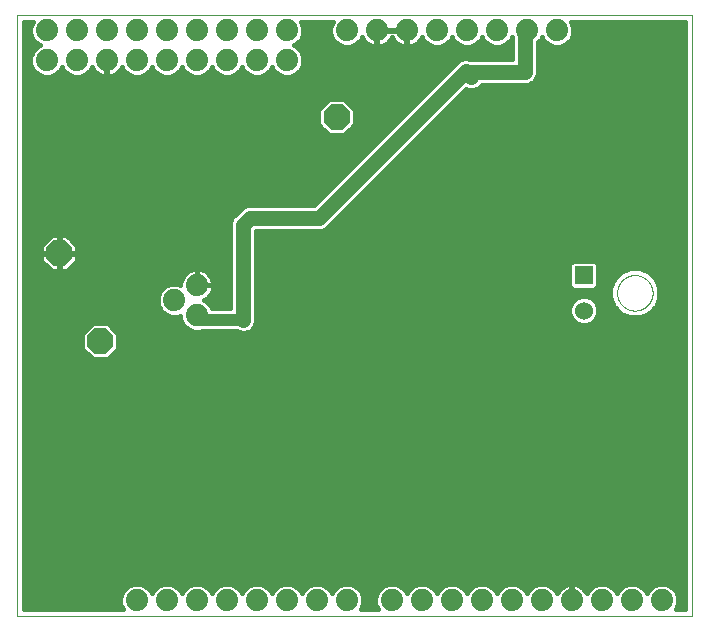
<source format=gbl>
G75*
%MOIN*%
%OFA0B0*%
%FSLAX25Y25*%
%IPPOS*%
%LPD*%
%AMOC8*
5,1,8,0,0,1.08239X$1,22.5*
%
%ADD10C,0.00000*%
%ADD11R,0.06024X0.06024*%
%ADD12C,0.06024*%
%ADD13C,0.07400*%
%ADD14OC8,0.08500*%
%ADD15C,0.01600*%
%ADD16C,0.03762*%
%ADD17C,0.05000*%
%ADD18C,0.04000*%
D10*
X0003800Y0009800D02*
X0003800Y0210200D01*
X0228800Y0210200D01*
X0228800Y0009800D01*
X0003800Y0009800D01*
X0203894Y0117500D02*
X0203896Y0117653D01*
X0203902Y0117807D01*
X0203912Y0117960D01*
X0203926Y0118112D01*
X0203944Y0118265D01*
X0203966Y0118416D01*
X0203991Y0118567D01*
X0204021Y0118718D01*
X0204055Y0118868D01*
X0204092Y0119016D01*
X0204133Y0119164D01*
X0204178Y0119310D01*
X0204227Y0119456D01*
X0204280Y0119600D01*
X0204336Y0119742D01*
X0204396Y0119883D01*
X0204460Y0120023D01*
X0204527Y0120161D01*
X0204598Y0120297D01*
X0204673Y0120431D01*
X0204750Y0120563D01*
X0204832Y0120693D01*
X0204916Y0120821D01*
X0205004Y0120947D01*
X0205095Y0121070D01*
X0205189Y0121191D01*
X0205287Y0121309D01*
X0205387Y0121425D01*
X0205491Y0121538D01*
X0205597Y0121649D01*
X0205706Y0121757D01*
X0205818Y0121862D01*
X0205932Y0121963D01*
X0206050Y0122062D01*
X0206169Y0122158D01*
X0206291Y0122251D01*
X0206416Y0122340D01*
X0206543Y0122427D01*
X0206672Y0122509D01*
X0206803Y0122589D01*
X0206936Y0122665D01*
X0207071Y0122738D01*
X0207208Y0122807D01*
X0207347Y0122872D01*
X0207487Y0122934D01*
X0207629Y0122992D01*
X0207772Y0123047D01*
X0207917Y0123098D01*
X0208063Y0123145D01*
X0208210Y0123188D01*
X0208358Y0123227D01*
X0208507Y0123263D01*
X0208657Y0123294D01*
X0208808Y0123322D01*
X0208959Y0123346D01*
X0209112Y0123366D01*
X0209264Y0123382D01*
X0209417Y0123394D01*
X0209570Y0123402D01*
X0209723Y0123406D01*
X0209877Y0123406D01*
X0210030Y0123402D01*
X0210183Y0123394D01*
X0210336Y0123382D01*
X0210488Y0123366D01*
X0210641Y0123346D01*
X0210792Y0123322D01*
X0210943Y0123294D01*
X0211093Y0123263D01*
X0211242Y0123227D01*
X0211390Y0123188D01*
X0211537Y0123145D01*
X0211683Y0123098D01*
X0211828Y0123047D01*
X0211971Y0122992D01*
X0212113Y0122934D01*
X0212253Y0122872D01*
X0212392Y0122807D01*
X0212529Y0122738D01*
X0212664Y0122665D01*
X0212797Y0122589D01*
X0212928Y0122509D01*
X0213057Y0122427D01*
X0213184Y0122340D01*
X0213309Y0122251D01*
X0213431Y0122158D01*
X0213550Y0122062D01*
X0213668Y0121963D01*
X0213782Y0121862D01*
X0213894Y0121757D01*
X0214003Y0121649D01*
X0214109Y0121538D01*
X0214213Y0121425D01*
X0214313Y0121309D01*
X0214411Y0121191D01*
X0214505Y0121070D01*
X0214596Y0120947D01*
X0214684Y0120821D01*
X0214768Y0120693D01*
X0214850Y0120563D01*
X0214927Y0120431D01*
X0215002Y0120297D01*
X0215073Y0120161D01*
X0215140Y0120023D01*
X0215204Y0119883D01*
X0215264Y0119742D01*
X0215320Y0119600D01*
X0215373Y0119456D01*
X0215422Y0119310D01*
X0215467Y0119164D01*
X0215508Y0119016D01*
X0215545Y0118868D01*
X0215579Y0118718D01*
X0215609Y0118567D01*
X0215634Y0118416D01*
X0215656Y0118265D01*
X0215674Y0118112D01*
X0215688Y0117960D01*
X0215698Y0117807D01*
X0215704Y0117653D01*
X0215706Y0117500D01*
X0215704Y0117347D01*
X0215698Y0117193D01*
X0215688Y0117040D01*
X0215674Y0116888D01*
X0215656Y0116735D01*
X0215634Y0116584D01*
X0215609Y0116433D01*
X0215579Y0116282D01*
X0215545Y0116132D01*
X0215508Y0115984D01*
X0215467Y0115836D01*
X0215422Y0115690D01*
X0215373Y0115544D01*
X0215320Y0115400D01*
X0215264Y0115258D01*
X0215204Y0115117D01*
X0215140Y0114977D01*
X0215073Y0114839D01*
X0215002Y0114703D01*
X0214927Y0114569D01*
X0214850Y0114437D01*
X0214768Y0114307D01*
X0214684Y0114179D01*
X0214596Y0114053D01*
X0214505Y0113930D01*
X0214411Y0113809D01*
X0214313Y0113691D01*
X0214213Y0113575D01*
X0214109Y0113462D01*
X0214003Y0113351D01*
X0213894Y0113243D01*
X0213782Y0113138D01*
X0213668Y0113037D01*
X0213550Y0112938D01*
X0213431Y0112842D01*
X0213309Y0112749D01*
X0213184Y0112660D01*
X0213057Y0112573D01*
X0212928Y0112491D01*
X0212797Y0112411D01*
X0212664Y0112335D01*
X0212529Y0112262D01*
X0212392Y0112193D01*
X0212253Y0112128D01*
X0212113Y0112066D01*
X0211971Y0112008D01*
X0211828Y0111953D01*
X0211683Y0111902D01*
X0211537Y0111855D01*
X0211390Y0111812D01*
X0211242Y0111773D01*
X0211093Y0111737D01*
X0210943Y0111706D01*
X0210792Y0111678D01*
X0210641Y0111654D01*
X0210488Y0111634D01*
X0210336Y0111618D01*
X0210183Y0111606D01*
X0210030Y0111598D01*
X0209877Y0111594D01*
X0209723Y0111594D01*
X0209570Y0111598D01*
X0209417Y0111606D01*
X0209264Y0111618D01*
X0209112Y0111634D01*
X0208959Y0111654D01*
X0208808Y0111678D01*
X0208657Y0111706D01*
X0208507Y0111737D01*
X0208358Y0111773D01*
X0208210Y0111812D01*
X0208063Y0111855D01*
X0207917Y0111902D01*
X0207772Y0111953D01*
X0207629Y0112008D01*
X0207487Y0112066D01*
X0207347Y0112128D01*
X0207208Y0112193D01*
X0207071Y0112262D01*
X0206936Y0112335D01*
X0206803Y0112411D01*
X0206672Y0112491D01*
X0206543Y0112573D01*
X0206416Y0112660D01*
X0206291Y0112749D01*
X0206169Y0112842D01*
X0206050Y0112938D01*
X0205932Y0113037D01*
X0205818Y0113138D01*
X0205706Y0113243D01*
X0205597Y0113351D01*
X0205491Y0113462D01*
X0205387Y0113575D01*
X0205287Y0113691D01*
X0205189Y0113809D01*
X0205095Y0113930D01*
X0205004Y0114053D01*
X0204916Y0114179D01*
X0204832Y0114307D01*
X0204750Y0114437D01*
X0204673Y0114569D01*
X0204598Y0114703D01*
X0204527Y0114839D01*
X0204460Y0114977D01*
X0204396Y0115117D01*
X0204336Y0115258D01*
X0204280Y0115400D01*
X0204227Y0115544D01*
X0204178Y0115690D01*
X0204133Y0115836D01*
X0204092Y0115984D01*
X0204055Y0116132D01*
X0204021Y0116282D01*
X0203991Y0116433D01*
X0203966Y0116584D01*
X0203944Y0116735D01*
X0203926Y0116888D01*
X0203912Y0117040D01*
X0203902Y0117193D01*
X0203896Y0117347D01*
X0203894Y0117500D01*
D11*
X0192792Y0123406D03*
D12*
X0192792Y0111594D03*
D13*
X0093800Y0195000D03*
X0093800Y0205000D03*
X0083800Y0205000D03*
X0083800Y0195000D03*
X0073800Y0195000D03*
X0073800Y0205000D03*
X0063800Y0205000D03*
X0063800Y0195000D03*
X0053800Y0195000D03*
X0053800Y0205000D03*
X0043800Y0205000D03*
X0043800Y0195000D03*
X0033800Y0195000D03*
X0033800Y0205000D03*
X0023800Y0205000D03*
X0023800Y0195000D03*
X0013800Y0195000D03*
X0013800Y0205000D03*
X0063800Y0120000D03*
X0056300Y0115000D03*
X0063800Y0110000D03*
X0063800Y0015000D03*
X0053800Y0015000D03*
X0043800Y0015000D03*
X0073800Y0015000D03*
X0083800Y0015000D03*
X0093800Y0015000D03*
X0103800Y0015000D03*
X0113800Y0015000D03*
X0128800Y0015000D03*
X0138800Y0015000D03*
X0148800Y0015000D03*
X0158800Y0015000D03*
X0168800Y0015000D03*
X0178800Y0015000D03*
X0188800Y0015000D03*
X0198800Y0015000D03*
X0208800Y0015000D03*
X0218800Y0015000D03*
X0183800Y0205000D03*
X0173800Y0205000D03*
X0163800Y0205000D03*
X0153800Y0205000D03*
X0143800Y0205000D03*
X0133800Y0205000D03*
X0123800Y0205000D03*
X0113800Y0205000D03*
D14*
X0110350Y0176100D03*
X0031550Y0101350D03*
X0017950Y0130750D03*
D15*
X0018150Y0130950D02*
X0024000Y0130950D01*
X0024000Y0133256D01*
X0020456Y0136800D01*
X0018150Y0136800D01*
X0018150Y0130950D01*
X0018150Y0130550D01*
X0024000Y0130550D01*
X0024000Y0128244D01*
X0020456Y0124700D01*
X0018150Y0124700D01*
X0018150Y0130550D01*
X0017750Y0130550D01*
X0017750Y0124700D01*
X0015444Y0124700D01*
X0011900Y0128244D01*
X0011900Y0130550D01*
X0017750Y0130550D01*
X0017750Y0130950D01*
X0017750Y0136800D01*
X0015444Y0136800D01*
X0011900Y0133256D01*
X0011900Y0130950D01*
X0017750Y0130950D01*
X0018150Y0130950D01*
X0018150Y0131487D02*
X0017750Y0131487D01*
X0017750Y0133085D02*
X0018150Y0133085D01*
X0018150Y0134684D02*
X0017750Y0134684D01*
X0017750Y0136282D02*
X0018150Y0136282D01*
X0014926Y0136282D02*
X0006100Y0136282D01*
X0006100Y0134684D02*
X0013328Y0134684D01*
X0011900Y0133085D02*
X0006100Y0133085D01*
X0006100Y0131487D02*
X0011900Y0131487D01*
X0011900Y0129888D02*
X0006100Y0129888D01*
X0006100Y0128290D02*
X0011900Y0128290D01*
X0013453Y0126691D02*
X0006100Y0126691D01*
X0006100Y0125093D02*
X0015051Y0125093D01*
X0017750Y0125093D02*
X0018150Y0125093D01*
X0018150Y0126691D02*
X0017750Y0126691D01*
X0017750Y0128290D02*
X0018150Y0128290D01*
X0018150Y0129888D02*
X0017750Y0129888D01*
X0022447Y0126691D02*
X0074950Y0126691D01*
X0074950Y0125093D02*
X0065920Y0125093D01*
X0065911Y0125097D02*
X0065088Y0125365D01*
X0064233Y0125500D01*
X0063800Y0125500D01*
X0063800Y0120000D01*
X0063800Y0120000D01*
X0069300Y0120000D01*
X0069300Y0120433D01*
X0069165Y0121288D01*
X0068897Y0122111D01*
X0068504Y0122883D01*
X0067995Y0123583D01*
X0067383Y0124195D01*
X0066683Y0124704D01*
X0065911Y0125097D01*
X0063800Y0125093D02*
X0063800Y0125093D01*
X0063800Y0125500D02*
X0063367Y0125500D01*
X0062512Y0125365D01*
X0061689Y0125097D01*
X0060917Y0124704D01*
X0060217Y0124195D01*
X0059605Y0123583D01*
X0059096Y0122883D01*
X0058703Y0122111D01*
X0058435Y0121288D01*
X0058300Y0120433D01*
X0058300Y0120125D01*
X0057394Y0120500D01*
X0055206Y0120500D01*
X0053184Y0119663D01*
X0051637Y0118115D01*
X0050800Y0116094D01*
X0050800Y0113906D01*
X0051637Y0111884D01*
X0053184Y0110337D01*
X0055206Y0109500D01*
X0057394Y0109500D01*
X0058300Y0109875D01*
X0058300Y0108906D01*
X0059137Y0106884D01*
X0060684Y0105337D01*
X0062706Y0104500D01*
X0064894Y0104500D01*
X0065377Y0104700D01*
X0077188Y0104700D01*
X0078395Y0104200D01*
X0080105Y0104200D01*
X0081686Y0104855D01*
X0082895Y0106064D01*
X0083550Y0107645D01*
X0083550Y0138100D01*
X0105355Y0138100D01*
X0106936Y0138755D01*
X0108145Y0139964D01*
X0153643Y0185462D01*
X0154395Y0185150D01*
X0156105Y0185150D01*
X0157686Y0185805D01*
X0158831Y0186950D01*
X0174105Y0186950D01*
X0175686Y0187605D01*
X0176895Y0188814D01*
X0177550Y0190395D01*
X0177550Y0200972D01*
X0178463Y0201884D01*
X0178800Y0202699D01*
X0179137Y0201884D01*
X0180684Y0200337D01*
X0182706Y0199500D01*
X0184894Y0199500D01*
X0186915Y0200337D01*
X0188463Y0201884D01*
X0189300Y0203906D01*
X0189300Y0206094D01*
X0188552Y0207900D01*
X0226500Y0207900D01*
X0226500Y0012100D01*
X0223552Y0012100D01*
X0224300Y0013906D01*
X0224300Y0016094D01*
X0223463Y0018115D01*
X0221915Y0019663D01*
X0219894Y0020500D01*
X0217706Y0020500D01*
X0215684Y0019663D01*
X0214137Y0018115D01*
X0213800Y0017301D01*
X0213463Y0018115D01*
X0211915Y0019663D01*
X0209894Y0020500D01*
X0207706Y0020500D01*
X0205684Y0019663D01*
X0204137Y0018115D01*
X0203800Y0017301D01*
X0203463Y0018115D01*
X0201915Y0019663D01*
X0199894Y0020500D01*
X0197706Y0020500D01*
X0195684Y0019663D01*
X0194137Y0018115D01*
X0193800Y0017301D01*
X0193504Y0017883D01*
X0192995Y0018583D01*
X0192383Y0019195D01*
X0191683Y0019704D01*
X0190911Y0020097D01*
X0190088Y0020365D01*
X0189233Y0020500D01*
X0189000Y0020500D01*
X0189000Y0015200D01*
X0188600Y0015200D01*
X0188600Y0020500D01*
X0188367Y0020500D01*
X0187512Y0020365D01*
X0186689Y0020097D01*
X0185917Y0019704D01*
X0185217Y0019195D01*
X0184605Y0018583D01*
X0184096Y0017883D01*
X0183800Y0017301D01*
X0183463Y0018115D01*
X0181915Y0019663D01*
X0179894Y0020500D01*
X0177706Y0020500D01*
X0175684Y0019663D01*
X0174137Y0018115D01*
X0173800Y0017301D01*
X0173463Y0018115D01*
X0171915Y0019663D01*
X0169894Y0020500D01*
X0167706Y0020500D01*
X0165684Y0019663D01*
X0164137Y0018115D01*
X0163800Y0017301D01*
X0163463Y0018115D01*
X0161915Y0019663D01*
X0159894Y0020500D01*
X0157706Y0020500D01*
X0155684Y0019663D01*
X0154137Y0018115D01*
X0153800Y0017301D01*
X0153463Y0018115D01*
X0151915Y0019663D01*
X0149894Y0020500D01*
X0147706Y0020500D01*
X0145684Y0019663D01*
X0144137Y0018115D01*
X0143800Y0017301D01*
X0143463Y0018115D01*
X0141915Y0019663D01*
X0139894Y0020500D01*
X0137706Y0020500D01*
X0135684Y0019663D01*
X0134137Y0018115D01*
X0133800Y0017301D01*
X0133463Y0018115D01*
X0131915Y0019663D01*
X0129894Y0020500D01*
X0127706Y0020500D01*
X0125684Y0019663D01*
X0124137Y0018115D01*
X0123300Y0016094D01*
X0123300Y0013906D01*
X0124048Y0012100D01*
X0118552Y0012100D01*
X0119300Y0013906D01*
X0119300Y0016094D01*
X0118463Y0018115D01*
X0116915Y0019663D01*
X0114894Y0020500D01*
X0112706Y0020500D01*
X0110684Y0019663D01*
X0109137Y0018115D01*
X0108800Y0017301D01*
X0108463Y0018115D01*
X0106915Y0019663D01*
X0104894Y0020500D01*
X0102706Y0020500D01*
X0100684Y0019663D01*
X0099137Y0018115D01*
X0098800Y0017301D01*
X0098463Y0018115D01*
X0096915Y0019663D01*
X0094894Y0020500D01*
X0092706Y0020500D01*
X0090684Y0019663D01*
X0089137Y0018115D01*
X0088800Y0017301D01*
X0088463Y0018115D01*
X0086915Y0019663D01*
X0084894Y0020500D01*
X0082706Y0020500D01*
X0080684Y0019663D01*
X0079137Y0018115D01*
X0078800Y0017301D01*
X0078463Y0018115D01*
X0076915Y0019663D01*
X0074894Y0020500D01*
X0072706Y0020500D01*
X0070684Y0019663D01*
X0069137Y0018115D01*
X0068800Y0017301D01*
X0068463Y0018115D01*
X0066915Y0019663D01*
X0064894Y0020500D01*
X0062706Y0020500D01*
X0060684Y0019663D01*
X0059137Y0018115D01*
X0058800Y0017301D01*
X0058463Y0018115D01*
X0056915Y0019663D01*
X0054894Y0020500D01*
X0052706Y0020500D01*
X0050684Y0019663D01*
X0049137Y0018115D01*
X0048800Y0017301D01*
X0048463Y0018115D01*
X0046915Y0019663D01*
X0044894Y0020500D01*
X0042706Y0020500D01*
X0040684Y0019663D01*
X0039137Y0018115D01*
X0038300Y0016094D01*
X0038300Y0013906D01*
X0039048Y0012100D01*
X0006100Y0012100D01*
X0006100Y0207900D01*
X0009048Y0207900D01*
X0008300Y0206094D01*
X0008300Y0203906D01*
X0009137Y0201884D01*
X0010684Y0200337D01*
X0011499Y0200000D01*
X0010684Y0199663D01*
X0009137Y0198115D01*
X0008300Y0196094D01*
X0008300Y0193906D01*
X0009137Y0191884D01*
X0010684Y0190337D01*
X0012706Y0189500D01*
X0014894Y0189500D01*
X0016915Y0190337D01*
X0018463Y0191884D01*
X0018800Y0192699D01*
X0019137Y0191884D01*
X0020684Y0190337D01*
X0022706Y0189500D01*
X0024894Y0189500D01*
X0026915Y0190337D01*
X0028463Y0191884D01*
X0028800Y0192699D01*
X0029096Y0192117D01*
X0029605Y0191417D01*
X0030217Y0190805D01*
X0030917Y0190296D01*
X0031689Y0189903D01*
X0032512Y0189635D01*
X0033367Y0189500D01*
X0033600Y0189500D01*
X0033600Y0194800D01*
X0034000Y0194800D01*
X0034000Y0189500D01*
X0034233Y0189500D01*
X0035088Y0189635D01*
X0035911Y0189903D01*
X0036683Y0190296D01*
X0037383Y0190805D01*
X0037995Y0191417D01*
X0038504Y0192117D01*
X0038800Y0192699D01*
X0039137Y0191884D01*
X0040684Y0190337D01*
X0042706Y0189500D01*
X0044894Y0189500D01*
X0046915Y0190337D01*
X0048463Y0191884D01*
X0048800Y0192699D01*
X0049137Y0191884D01*
X0050684Y0190337D01*
X0052706Y0189500D01*
X0054894Y0189500D01*
X0056915Y0190337D01*
X0058463Y0191884D01*
X0058800Y0192699D01*
X0059137Y0191884D01*
X0060684Y0190337D01*
X0062706Y0189500D01*
X0064894Y0189500D01*
X0066915Y0190337D01*
X0068463Y0191884D01*
X0068800Y0192699D01*
X0069137Y0191884D01*
X0070684Y0190337D01*
X0072706Y0189500D01*
X0074894Y0189500D01*
X0076915Y0190337D01*
X0078463Y0191884D01*
X0078800Y0192699D01*
X0079137Y0191884D01*
X0080684Y0190337D01*
X0082706Y0189500D01*
X0084894Y0189500D01*
X0086915Y0190337D01*
X0088463Y0191884D01*
X0088800Y0192699D01*
X0089137Y0191884D01*
X0090684Y0190337D01*
X0092706Y0189500D01*
X0094894Y0189500D01*
X0096915Y0190337D01*
X0098463Y0191884D01*
X0099300Y0193906D01*
X0099300Y0196094D01*
X0098463Y0198115D01*
X0096915Y0199663D01*
X0096101Y0200000D01*
X0096915Y0200337D01*
X0098463Y0201884D01*
X0099300Y0203906D01*
X0099300Y0206094D01*
X0098552Y0207900D01*
X0109048Y0207900D01*
X0108300Y0206094D01*
X0108300Y0203906D01*
X0109137Y0201884D01*
X0110684Y0200337D01*
X0112706Y0199500D01*
X0114894Y0199500D01*
X0116915Y0200337D01*
X0118463Y0201884D01*
X0118800Y0202699D01*
X0119096Y0202117D01*
X0119605Y0201417D01*
X0120217Y0200805D01*
X0120917Y0200296D01*
X0121689Y0199903D01*
X0122512Y0199635D01*
X0123367Y0199500D01*
X0123600Y0199500D01*
X0123600Y0204800D01*
X0124000Y0204800D01*
X0124000Y0205200D01*
X0129300Y0205200D01*
X0133600Y0205200D01*
X0133600Y0204800D01*
X0124000Y0204800D01*
X0124000Y0199500D01*
X0124233Y0199500D01*
X0125088Y0199635D01*
X0125911Y0199903D01*
X0126683Y0200296D01*
X0127383Y0200805D01*
X0127995Y0201417D01*
X0128504Y0202117D01*
X0128800Y0202698D01*
X0129096Y0202117D01*
X0129605Y0201417D01*
X0130217Y0200805D01*
X0130917Y0200296D01*
X0131689Y0199903D01*
X0132512Y0199635D01*
X0133367Y0199500D01*
X0133600Y0199500D01*
X0133600Y0204800D01*
X0134000Y0204800D01*
X0134000Y0199500D01*
X0134233Y0199500D01*
X0135088Y0199635D01*
X0135911Y0199903D01*
X0136683Y0200296D01*
X0137383Y0200805D01*
X0137995Y0201417D01*
X0138504Y0202117D01*
X0138800Y0202699D01*
X0139137Y0201884D01*
X0140684Y0200337D01*
X0142706Y0199500D01*
X0144894Y0199500D01*
X0146915Y0200337D01*
X0148463Y0201884D01*
X0148800Y0202699D01*
X0149137Y0201884D01*
X0150684Y0200337D01*
X0152706Y0199500D01*
X0154894Y0199500D01*
X0156915Y0200337D01*
X0158463Y0201884D01*
X0158800Y0202699D01*
X0159137Y0201884D01*
X0160684Y0200337D01*
X0162706Y0199500D01*
X0164894Y0199500D01*
X0166915Y0200337D01*
X0168463Y0201884D01*
X0168800Y0202699D01*
X0168950Y0202337D01*
X0168950Y0195550D01*
X0154547Y0195550D01*
X0154305Y0195650D01*
X0152595Y0195650D01*
X0151014Y0194995D01*
X0102719Y0146700D01*
X0080595Y0146700D01*
X0079014Y0146045D01*
X0076814Y0143845D01*
X0075605Y0142636D01*
X0074950Y0141055D01*
X0074950Y0112300D01*
X0068800Y0112300D01*
X0068463Y0113115D01*
X0066915Y0114663D01*
X0066101Y0115000D01*
X0066683Y0115296D01*
X0067383Y0115805D01*
X0067995Y0116417D01*
X0068504Y0117117D01*
X0068897Y0117889D01*
X0069165Y0118712D01*
X0069300Y0119567D01*
X0069300Y0120000D01*
X0063800Y0120000D01*
X0063800Y0120000D01*
X0063800Y0125500D01*
X0063800Y0123494D02*
X0063800Y0123494D01*
X0063800Y0121896D02*
X0063800Y0121896D01*
X0063800Y0120297D02*
X0063800Y0120297D01*
X0059540Y0123494D02*
X0006100Y0123494D01*
X0006100Y0121896D02*
X0058633Y0121896D01*
X0058300Y0120297D02*
X0057883Y0120297D01*
X0054717Y0120297D02*
X0006100Y0120297D01*
X0006100Y0118699D02*
X0052221Y0118699D01*
X0051217Y0117100D02*
X0006100Y0117100D01*
X0006100Y0115502D02*
X0050800Y0115502D01*
X0050801Y0113903D02*
X0006100Y0113903D01*
X0006100Y0112305D02*
X0051463Y0112305D01*
X0052816Y0110706D02*
X0006100Y0110706D01*
X0006100Y0109108D02*
X0058300Y0109108D01*
X0058879Y0107509D02*
X0006100Y0107509D01*
X0006100Y0105911D02*
X0027555Y0105911D01*
X0029044Y0107400D02*
X0025500Y0103856D01*
X0025500Y0098844D01*
X0029044Y0095300D01*
X0034056Y0095300D01*
X0037600Y0098844D01*
X0037600Y0103856D01*
X0034056Y0107400D01*
X0029044Y0107400D01*
X0025956Y0104312D02*
X0006100Y0104312D01*
X0006100Y0102714D02*
X0025500Y0102714D01*
X0025500Y0101115D02*
X0006100Y0101115D01*
X0006100Y0099517D02*
X0025500Y0099517D01*
X0026426Y0097918D02*
X0006100Y0097918D01*
X0006100Y0096320D02*
X0028024Y0096320D01*
X0035076Y0096320D02*
X0226500Y0096320D01*
X0226500Y0097918D02*
X0036674Y0097918D01*
X0037600Y0099517D02*
X0226500Y0099517D01*
X0226500Y0101115D02*
X0037600Y0101115D01*
X0037600Y0102714D02*
X0226500Y0102714D01*
X0226500Y0104312D02*
X0080376Y0104312D01*
X0078124Y0104312D02*
X0037144Y0104312D01*
X0035545Y0105911D02*
X0060111Y0105911D01*
X0068798Y0112305D02*
X0074950Y0112305D01*
X0074950Y0113903D02*
X0067675Y0113903D01*
X0066966Y0115502D02*
X0074950Y0115502D01*
X0074950Y0117100D02*
X0068492Y0117100D01*
X0069160Y0118699D02*
X0074950Y0118699D01*
X0074950Y0120297D02*
X0069300Y0120297D01*
X0068967Y0121896D02*
X0074950Y0121896D01*
X0074950Y0123494D02*
X0068060Y0123494D01*
X0061680Y0125093D02*
X0020849Y0125093D01*
X0024000Y0128290D02*
X0074950Y0128290D01*
X0074950Y0129888D02*
X0024000Y0129888D01*
X0024000Y0131487D02*
X0074950Y0131487D01*
X0074950Y0133085D02*
X0024000Y0133085D01*
X0022572Y0134684D02*
X0074950Y0134684D01*
X0074950Y0136282D02*
X0020974Y0136282D01*
X0006100Y0137881D02*
X0074950Y0137881D01*
X0074950Y0139479D02*
X0006100Y0139479D01*
X0006100Y0141078D02*
X0074959Y0141078D01*
X0075645Y0142676D02*
X0006100Y0142676D01*
X0006100Y0144275D02*
X0077244Y0144275D01*
X0078842Y0145873D02*
X0006100Y0145873D01*
X0006100Y0147472D02*
X0103491Y0147472D01*
X0105089Y0149070D02*
X0006100Y0149070D01*
X0006100Y0150669D02*
X0106688Y0150669D01*
X0108286Y0152268D02*
X0006100Y0152268D01*
X0006100Y0153866D02*
X0109885Y0153866D01*
X0111483Y0155465D02*
X0006100Y0155465D01*
X0006100Y0157063D02*
X0113082Y0157063D01*
X0114680Y0158662D02*
X0006100Y0158662D01*
X0006100Y0160260D02*
X0116279Y0160260D01*
X0117877Y0161859D02*
X0006100Y0161859D01*
X0006100Y0163457D02*
X0119476Y0163457D01*
X0121074Y0165056D02*
X0006100Y0165056D01*
X0006100Y0166654D02*
X0122673Y0166654D01*
X0124272Y0168253D02*
X0006100Y0168253D01*
X0006100Y0169851D02*
X0125870Y0169851D01*
X0127469Y0171450D02*
X0114256Y0171450D01*
X0112856Y0170050D02*
X0116400Y0173594D01*
X0116400Y0178606D01*
X0112856Y0182150D01*
X0107844Y0182150D01*
X0104300Y0178606D01*
X0104300Y0173594D01*
X0107844Y0170050D01*
X0112856Y0170050D01*
X0115854Y0173048D02*
X0129067Y0173048D01*
X0130666Y0174647D02*
X0116400Y0174647D01*
X0116400Y0176245D02*
X0132264Y0176245D01*
X0133863Y0177844D02*
X0116400Y0177844D01*
X0115564Y0179442D02*
X0135461Y0179442D01*
X0137060Y0181041D02*
X0113965Y0181041D01*
X0106735Y0181041D02*
X0006100Y0181041D01*
X0006100Y0182639D02*
X0138658Y0182639D01*
X0140257Y0184238D02*
X0006100Y0184238D01*
X0006100Y0185836D02*
X0141855Y0185836D01*
X0143454Y0187435D02*
X0006100Y0187435D01*
X0006100Y0189033D02*
X0145052Y0189033D01*
X0146651Y0190632D02*
X0097210Y0190632D01*
X0098606Y0192230D02*
X0148249Y0192230D01*
X0149848Y0193829D02*
X0099268Y0193829D01*
X0099300Y0195427D02*
X0152057Y0195427D01*
X0150961Y0200223D02*
X0146639Y0200223D01*
X0148400Y0201821D02*
X0149200Y0201821D01*
X0156639Y0200223D02*
X0160961Y0200223D01*
X0159200Y0201821D02*
X0158400Y0201821D01*
X0166639Y0200223D02*
X0168950Y0200223D01*
X0168950Y0201821D02*
X0168400Y0201821D01*
X0168950Y0198624D02*
X0097954Y0198624D01*
X0098914Y0197026D02*
X0168950Y0197026D01*
X0177550Y0197026D02*
X0226500Y0197026D01*
X0226500Y0198624D02*
X0177550Y0198624D01*
X0177550Y0200223D02*
X0180961Y0200223D01*
X0179200Y0201821D02*
X0178400Y0201821D01*
X0177550Y0195427D02*
X0226500Y0195427D01*
X0226500Y0193829D02*
X0177550Y0193829D01*
X0177550Y0192230D02*
X0226500Y0192230D01*
X0226500Y0190632D02*
X0177550Y0190632D01*
X0176986Y0189033D02*
X0226500Y0189033D01*
X0226500Y0187435D02*
X0175276Y0187435D01*
X0186639Y0200223D02*
X0226500Y0200223D01*
X0226500Y0201821D02*
X0188400Y0201821D01*
X0189099Y0203420D02*
X0226500Y0203420D01*
X0226500Y0205018D02*
X0189300Y0205018D01*
X0189083Y0206617D02*
X0226500Y0206617D01*
X0226500Y0185836D02*
X0157717Y0185836D01*
X0152419Y0184238D02*
X0226500Y0184238D01*
X0226500Y0182639D02*
X0150820Y0182639D01*
X0149222Y0181041D02*
X0226500Y0181041D01*
X0226500Y0179442D02*
X0147623Y0179442D01*
X0146025Y0177844D02*
X0226500Y0177844D01*
X0226500Y0176245D02*
X0144426Y0176245D01*
X0142828Y0174647D02*
X0226500Y0174647D01*
X0226500Y0173048D02*
X0141229Y0173048D01*
X0139631Y0171450D02*
X0226500Y0171450D01*
X0226500Y0169851D02*
X0138032Y0169851D01*
X0136434Y0168253D02*
X0226500Y0168253D01*
X0226500Y0166654D02*
X0134835Y0166654D01*
X0133237Y0165056D02*
X0226500Y0165056D01*
X0226500Y0163457D02*
X0131638Y0163457D01*
X0130040Y0161859D02*
X0226500Y0161859D01*
X0226500Y0160260D02*
X0128441Y0160260D01*
X0126843Y0158662D02*
X0226500Y0158662D01*
X0226500Y0157063D02*
X0125244Y0157063D01*
X0123646Y0155465D02*
X0226500Y0155465D01*
X0226500Y0153866D02*
X0122047Y0153866D01*
X0120449Y0152268D02*
X0226500Y0152268D01*
X0226500Y0150669D02*
X0118850Y0150669D01*
X0117252Y0149070D02*
X0226500Y0149070D01*
X0226500Y0147472D02*
X0115653Y0147472D01*
X0114055Y0145873D02*
X0226500Y0145873D01*
X0226500Y0144275D02*
X0112456Y0144275D01*
X0110858Y0142676D02*
X0226500Y0142676D01*
X0226500Y0141078D02*
X0109259Y0141078D01*
X0107661Y0139479D02*
X0226500Y0139479D01*
X0226500Y0137881D02*
X0083550Y0137881D01*
X0083550Y0136282D02*
X0226500Y0136282D01*
X0226500Y0134684D02*
X0083550Y0134684D01*
X0083550Y0133085D02*
X0226500Y0133085D01*
X0226500Y0131487D02*
X0083550Y0131487D01*
X0083550Y0129888D02*
X0226500Y0129888D01*
X0226500Y0128290D02*
X0083550Y0128290D01*
X0083550Y0126691D02*
X0187980Y0126691D01*
X0187980Y0127163D02*
X0187980Y0119648D01*
X0189035Y0118594D01*
X0196550Y0118594D01*
X0197604Y0119648D01*
X0197604Y0127163D01*
X0196550Y0128217D01*
X0189035Y0128217D01*
X0187980Y0127163D01*
X0187980Y0125093D02*
X0083550Y0125093D01*
X0083550Y0123494D02*
X0187980Y0123494D01*
X0187980Y0121896D02*
X0083550Y0121896D01*
X0083550Y0120297D02*
X0187980Y0120297D01*
X0188930Y0118699D02*
X0083550Y0118699D01*
X0083550Y0117100D02*
X0201594Y0117100D01*
X0201594Y0115868D02*
X0202844Y0112852D01*
X0205152Y0110544D01*
X0208168Y0109294D01*
X0211432Y0109294D01*
X0214448Y0110544D01*
X0216756Y0112852D01*
X0218005Y0115868D01*
X0218005Y0119132D01*
X0216756Y0122148D01*
X0214448Y0124456D01*
X0211432Y0125705D01*
X0208168Y0125705D01*
X0205152Y0124456D01*
X0202844Y0122148D01*
X0201594Y0119132D01*
X0201594Y0115868D01*
X0201746Y0115502D02*
X0195690Y0115502D01*
X0195518Y0115674D02*
X0193749Y0116406D01*
X0191835Y0116406D01*
X0190066Y0115674D01*
X0188713Y0114320D01*
X0187980Y0112552D01*
X0187980Y0110637D01*
X0188713Y0108869D01*
X0190066Y0107515D01*
X0191835Y0106783D01*
X0193749Y0106783D01*
X0195518Y0107515D01*
X0196871Y0108869D01*
X0197604Y0110637D01*
X0197604Y0112552D01*
X0196871Y0114320D01*
X0195518Y0115674D01*
X0197044Y0113903D02*
X0202408Y0113903D01*
X0203391Y0112305D02*
X0197604Y0112305D01*
X0197604Y0110706D02*
X0204989Y0110706D01*
X0196970Y0109108D02*
X0226500Y0109108D01*
X0226500Y0110706D02*
X0214611Y0110706D01*
X0216209Y0112305D02*
X0226500Y0112305D01*
X0226500Y0113903D02*
X0217192Y0113903D01*
X0217854Y0115502D02*
X0226500Y0115502D01*
X0226500Y0117100D02*
X0218005Y0117100D01*
X0218005Y0118699D02*
X0226500Y0118699D01*
X0226500Y0120297D02*
X0217523Y0120297D01*
X0216861Y0121896D02*
X0226500Y0121896D01*
X0226500Y0123494D02*
X0215410Y0123494D01*
X0212911Y0125093D02*
X0226500Y0125093D01*
X0226500Y0126691D02*
X0197604Y0126691D01*
X0197604Y0125093D02*
X0206689Y0125093D01*
X0204190Y0123494D02*
X0197604Y0123494D01*
X0197604Y0121896D02*
X0202739Y0121896D01*
X0202077Y0120297D02*
X0197604Y0120297D01*
X0196655Y0118699D02*
X0201594Y0118699D01*
X0189894Y0115502D02*
X0083550Y0115502D01*
X0083550Y0113903D02*
X0188540Y0113903D01*
X0187980Y0112305D02*
X0083550Y0112305D01*
X0083550Y0110706D02*
X0187980Y0110706D01*
X0188614Y0109108D02*
X0083550Y0109108D01*
X0083494Y0107509D02*
X0190081Y0107509D01*
X0195503Y0107509D02*
X0226500Y0107509D01*
X0226500Y0105911D02*
X0082742Y0105911D01*
X0106444Y0171450D02*
X0006100Y0171450D01*
X0006100Y0173048D02*
X0104846Y0173048D01*
X0104300Y0174647D02*
X0006100Y0174647D01*
X0006100Y0176245D02*
X0104300Y0176245D01*
X0104300Y0177844D02*
X0006100Y0177844D01*
X0006100Y0179442D02*
X0105136Y0179442D01*
X0090390Y0190632D02*
X0087210Y0190632D01*
X0088606Y0192230D02*
X0088994Y0192230D01*
X0080390Y0190632D02*
X0077210Y0190632D01*
X0078606Y0192230D02*
X0078994Y0192230D01*
X0070390Y0190632D02*
X0067210Y0190632D01*
X0068606Y0192230D02*
X0068994Y0192230D01*
X0060390Y0190632D02*
X0057210Y0190632D01*
X0058606Y0192230D02*
X0058994Y0192230D01*
X0050390Y0190632D02*
X0047210Y0190632D01*
X0048606Y0192230D02*
X0048994Y0192230D01*
X0040390Y0190632D02*
X0037145Y0190632D01*
X0038562Y0192230D02*
X0038994Y0192230D01*
X0034000Y0192230D02*
X0033600Y0192230D01*
X0033600Y0190632D02*
X0034000Y0190632D01*
X0034000Y0193829D02*
X0033600Y0193829D01*
X0030455Y0190632D02*
X0027210Y0190632D01*
X0028606Y0192230D02*
X0029038Y0192230D01*
X0020390Y0190632D02*
X0017210Y0190632D01*
X0018606Y0192230D02*
X0018994Y0192230D01*
X0010390Y0190632D02*
X0006100Y0190632D01*
X0006100Y0192230D02*
X0008994Y0192230D01*
X0008332Y0193829D02*
X0006100Y0193829D01*
X0006100Y0195427D02*
X0008300Y0195427D01*
X0008686Y0197026D02*
X0006100Y0197026D01*
X0006100Y0198624D02*
X0009646Y0198624D01*
X0010961Y0200223D02*
X0006100Y0200223D01*
X0006100Y0201821D02*
X0009200Y0201821D01*
X0008501Y0203420D02*
X0006100Y0203420D01*
X0006100Y0205018D02*
X0008300Y0205018D01*
X0008517Y0206617D02*
X0006100Y0206617D01*
X0096639Y0200223D02*
X0110961Y0200223D01*
X0109200Y0201821D02*
X0098400Y0201821D01*
X0099099Y0203420D02*
X0108501Y0203420D01*
X0108300Y0205018D02*
X0099300Y0205018D01*
X0099083Y0206617D02*
X0108517Y0206617D01*
X0116639Y0200223D02*
X0121061Y0200223D01*
X0119311Y0201821D02*
X0118400Y0201821D01*
X0123600Y0201821D02*
X0124000Y0201821D01*
X0124000Y0200223D02*
X0123600Y0200223D01*
X0126539Y0200223D02*
X0131061Y0200223D01*
X0129311Y0201821D02*
X0128289Y0201821D01*
X0124000Y0203420D02*
X0123600Y0203420D01*
X0124000Y0205018D02*
X0133600Y0205018D01*
X0133600Y0203420D02*
X0134000Y0203420D01*
X0134000Y0201821D02*
X0133600Y0201821D01*
X0133600Y0200223D02*
X0134000Y0200223D01*
X0136539Y0200223D02*
X0140961Y0200223D01*
X0139200Y0201821D02*
X0138289Y0201821D01*
X0226500Y0094721D02*
X0006100Y0094721D01*
X0006100Y0093123D02*
X0226500Y0093123D01*
X0226500Y0091524D02*
X0006100Y0091524D01*
X0006100Y0089926D02*
X0226500Y0089926D01*
X0226500Y0088327D02*
X0006100Y0088327D01*
X0006100Y0086729D02*
X0226500Y0086729D01*
X0226500Y0085130D02*
X0006100Y0085130D01*
X0006100Y0083532D02*
X0226500Y0083532D01*
X0226500Y0081933D02*
X0006100Y0081933D01*
X0006100Y0080334D02*
X0226500Y0080334D01*
X0226500Y0078736D02*
X0006100Y0078736D01*
X0006100Y0077137D02*
X0226500Y0077137D01*
X0226500Y0075539D02*
X0006100Y0075539D01*
X0006100Y0073940D02*
X0226500Y0073940D01*
X0226500Y0072342D02*
X0006100Y0072342D01*
X0006100Y0070743D02*
X0226500Y0070743D01*
X0226500Y0069145D02*
X0006100Y0069145D01*
X0006100Y0067546D02*
X0226500Y0067546D01*
X0226500Y0065948D02*
X0006100Y0065948D01*
X0006100Y0064349D02*
X0226500Y0064349D01*
X0226500Y0062751D02*
X0006100Y0062751D01*
X0006100Y0061152D02*
X0226500Y0061152D01*
X0226500Y0059554D02*
X0006100Y0059554D01*
X0006100Y0057955D02*
X0226500Y0057955D01*
X0226500Y0056357D02*
X0006100Y0056357D01*
X0006100Y0054758D02*
X0226500Y0054758D01*
X0226500Y0053160D02*
X0006100Y0053160D01*
X0006100Y0051561D02*
X0226500Y0051561D01*
X0226500Y0049963D02*
X0006100Y0049963D01*
X0006100Y0048364D02*
X0226500Y0048364D01*
X0226500Y0046766D02*
X0006100Y0046766D01*
X0006100Y0045167D02*
X0226500Y0045167D01*
X0226500Y0043569D02*
X0006100Y0043569D01*
X0006100Y0041970D02*
X0226500Y0041970D01*
X0226500Y0040372D02*
X0006100Y0040372D01*
X0006100Y0038773D02*
X0226500Y0038773D01*
X0226500Y0037175D02*
X0006100Y0037175D01*
X0006100Y0035576D02*
X0226500Y0035576D01*
X0226500Y0033978D02*
X0006100Y0033978D01*
X0006100Y0032379D02*
X0226500Y0032379D01*
X0226500Y0030781D02*
X0006100Y0030781D01*
X0006100Y0029182D02*
X0226500Y0029182D01*
X0226500Y0027584D02*
X0006100Y0027584D01*
X0006100Y0025985D02*
X0226500Y0025985D01*
X0226500Y0024387D02*
X0006100Y0024387D01*
X0006100Y0022788D02*
X0226500Y0022788D01*
X0226500Y0021190D02*
X0006100Y0021190D01*
X0006100Y0019591D02*
X0040613Y0019591D01*
X0039086Y0017993D02*
X0006100Y0017993D01*
X0006100Y0016394D02*
X0038424Y0016394D01*
X0038300Y0014796D02*
X0006100Y0014796D01*
X0006100Y0013197D02*
X0038594Y0013197D01*
X0046987Y0019591D02*
X0050613Y0019591D01*
X0049086Y0017993D02*
X0048514Y0017993D01*
X0056987Y0019591D02*
X0060613Y0019591D01*
X0059086Y0017993D02*
X0058514Y0017993D01*
X0066987Y0019591D02*
X0070613Y0019591D01*
X0069086Y0017993D02*
X0068514Y0017993D01*
X0076987Y0019591D02*
X0080613Y0019591D01*
X0079086Y0017993D02*
X0078514Y0017993D01*
X0086987Y0019591D02*
X0090613Y0019591D01*
X0089086Y0017993D02*
X0088514Y0017993D01*
X0096987Y0019591D02*
X0100613Y0019591D01*
X0099086Y0017993D02*
X0098514Y0017993D01*
X0106987Y0019591D02*
X0110613Y0019591D01*
X0109086Y0017993D02*
X0108514Y0017993D01*
X0116987Y0019591D02*
X0125613Y0019591D01*
X0124086Y0017993D02*
X0118514Y0017993D01*
X0119176Y0016394D02*
X0123424Y0016394D01*
X0123300Y0014796D02*
X0119300Y0014796D01*
X0119006Y0013197D02*
X0123594Y0013197D01*
X0131987Y0019591D02*
X0135613Y0019591D01*
X0134086Y0017993D02*
X0133514Y0017993D01*
X0141987Y0019591D02*
X0145613Y0019591D01*
X0144086Y0017993D02*
X0143514Y0017993D01*
X0151987Y0019591D02*
X0155613Y0019591D01*
X0154086Y0017993D02*
X0153514Y0017993D01*
X0161987Y0019591D02*
X0165613Y0019591D01*
X0164086Y0017993D02*
X0163514Y0017993D01*
X0171987Y0019591D02*
X0175613Y0019591D01*
X0174086Y0017993D02*
X0173514Y0017993D01*
X0181987Y0019591D02*
X0185762Y0019591D01*
X0184176Y0017993D02*
X0183514Y0017993D01*
X0188600Y0017993D02*
X0189000Y0017993D01*
X0189000Y0019591D02*
X0188600Y0019591D01*
X0188600Y0016394D02*
X0189000Y0016394D01*
X0191838Y0019591D02*
X0195613Y0019591D01*
X0194086Y0017993D02*
X0193424Y0017993D01*
X0201987Y0019591D02*
X0205613Y0019591D01*
X0204086Y0017993D02*
X0203514Y0017993D01*
X0211987Y0019591D02*
X0215613Y0019591D01*
X0214086Y0017993D02*
X0213514Y0017993D01*
X0221987Y0019591D02*
X0226500Y0019591D01*
X0226500Y0017993D02*
X0223514Y0017993D01*
X0224176Y0016394D02*
X0226500Y0016394D01*
X0226500Y0014796D02*
X0224300Y0014796D01*
X0224006Y0013197D02*
X0226500Y0013197D01*
D16*
X0141800Y0103650D03*
X0148250Y0118900D03*
X0144100Y0130900D03*
X0153150Y0146350D03*
X0144100Y0150400D03*
X0161900Y0163950D03*
X0156400Y0169300D03*
X0151000Y0176600D03*
X0133450Y0193950D03*
X0119900Y0171750D03*
X0109550Y0160050D03*
X0102850Y0159700D03*
X0100750Y0175750D03*
X0103800Y0184950D03*
X0079800Y0184500D03*
X0069350Y0184650D03*
X0037100Y0186800D03*
X0063500Y0145450D03*
X0063650Y0137500D03*
X0070400Y0131100D03*
X0087200Y0126050D03*
X0094150Y0119100D03*
X0094150Y0111800D03*
X0085800Y0101700D03*
X0074500Y0102950D03*
X0057550Y0093650D03*
X0041300Y0093650D03*
X0045400Y0110250D03*
X0046000Y0123050D03*
X0047900Y0129850D03*
X0048800Y0135750D03*
X0048450Y0142550D03*
X0040950Y0139600D03*
X0092150Y0134250D03*
X0101900Y0134050D03*
X0111300Y0137350D03*
X0122100Y0140500D03*
X0122600Y0149050D03*
X0121050Y0130400D03*
X0121600Y0120150D03*
X0121450Y0112500D03*
X0163700Y0118050D03*
X0181200Y0119800D03*
X0181550Y0104850D03*
X0202400Y0105550D03*
X0193800Y0145750D03*
X0188800Y0153850D03*
X0180050Y0155400D03*
X0166600Y0156250D03*
X0030750Y0018550D03*
X0021900Y0018550D03*
X0012000Y0019050D03*
X0010600Y0039600D03*
D17*
X0079250Y0108500D02*
X0079250Y0140200D01*
X0081450Y0142400D01*
X0104500Y0142400D01*
X0153450Y0191350D01*
X0155250Y0191250D02*
X0155250Y0189450D01*
X0155250Y0191250D02*
X0173250Y0191250D01*
X0173250Y0205000D01*
X0173800Y0205000D01*
D18*
X0079250Y0108500D02*
X0063800Y0108500D01*
X0063800Y0110000D01*
M02*

</source>
